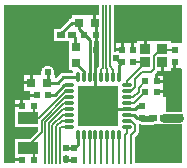
<source format=gtl>
G04 Layer_Physical_Order=1*
G04 Layer_Color=255*
%FSLAX24Y24*%
%MOIN*%
G70*
G01*
G75*
%ADD10R,0.0256X0.0197*%
%ADD11R,0.0295X0.0315*%
%ADD12R,0.0236X0.0197*%
%ADD13R,0.0709X0.0394*%
%ADD14R,0.0374X0.0335*%
%ADD15R,0.1378X0.1378*%
%ADD16O,0.0335X0.0118*%
%ADD17O,0.0118X0.0335*%
%ADD18R,0.0315X0.0295*%
%ADD19R,0.0197X0.0236*%
%ADD20R,0.0300X0.0300*%
%ADD21C,0.0090*%
%ADD22C,0.0100*%
%ADD23C,0.0060*%
%ADD24C,0.0200*%
%ADD25C,0.0300*%
%ADD26C,0.0240*%
G36*
X-23Y2182D02*
X10D01*
Y1334D01*
X6Y1331D01*
X-7Y1315D01*
X-18Y1298D01*
X-26Y1279D01*
X-28Y1270D01*
X-30Y1265D01*
X-48Y1248D01*
Y1134D01*
X-53Y1122D01*
X-59Y1098D01*
X-61Y1073D01*
Y965D01*
X-136D01*
Y1073D01*
X-138Y1098D01*
X-144Y1122D01*
X-148Y1134D01*
Y1273D01*
X-150Y1275D01*
Y2182D01*
X-123D01*
Y2380D01*
X-23D01*
Y2182D01*
D02*
G37*
G36*
X2790Y-1890D02*
X1213D01*
Y-1019D01*
X1314Y-918D01*
X1327Y-902D01*
X1338Y-885D01*
X1346Y-866D01*
X1351Y-846D01*
X1352Y-825D01*
Y-627D01*
X1367Y-612D01*
X1416D01*
X1427Y-614D01*
X1453Y-616D01*
X1806D01*
X1832Y-614D01*
X1851Y-610D01*
X2250D01*
Y-595D01*
X2671D01*
X2677Y-594D01*
X2790D01*
Y-1890D01*
D02*
G37*
G36*
X-1048Y-1631D02*
X-1003Y-1662D01*
X-998Y-1671D01*
Y-1757D01*
X-800D01*
Y-1857D01*
X-998D01*
Y-1890D01*
X-1160D01*
Y-1667D01*
X-1110Y-1632D01*
X-1109Y-1632D01*
X-1080Y-1634D01*
X-1051Y-1632D01*
X-1048Y-1631D01*
X-1048D01*
D02*
G37*
G36*
X2600Y1265D02*
X2748D01*
X2790Y1244D01*
Y-194D01*
X2677D01*
X2671Y-194D01*
X2250D01*
Y300D01*
X2165D01*
Y430D01*
X1947D01*
Y530D01*
X2165D01*
Y622D01*
X2165D01*
Y770D01*
X1947D01*
Y820D01*
X1897D01*
Y1035D01*
X1883Y1068D01*
X1942Y1128D01*
X1955Y1143D01*
X1966Y1161D01*
X1974Y1180D01*
X1976Y1186D01*
X2085D01*
Y1454D01*
X2185D01*
Y1186D01*
X2422D01*
Y1265D01*
X2500D01*
Y1483D01*
X2600D01*
Y1265D01*
D02*
G37*
G36*
X2790Y2116D02*
X2748Y2095D01*
X2422D01*
Y2174D01*
X1615D01*
Y1906D01*
X1515D01*
Y2174D01*
X1278D01*
Y2095D01*
X1200D01*
Y1877D01*
X1100D01*
Y2095D01*
X850D01*
Y1877D01*
X800D01*
Y1827D01*
X594D01*
X555Y1812D01*
X510Y1843D01*
Y3360D01*
X2790D01*
Y2116D01*
D02*
G37*
G36*
X10Y3037D02*
X-64D01*
Y2780D01*
X-164D01*
Y3037D01*
X-362D01*
Y3037D01*
X-398D01*
Y3037D01*
X-893D01*
Y2924D01*
X-903Y2924D01*
X-925Y2918D01*
X-946Y2910D01*
X-965Y2898D01*
X-983Y2883D01*
X-1287Y2578D01*
X-1465D01*
Y2182D01*
X-987D01*
Y1728D01*
X-987D01*
Y1692D01*
X-987D01*
Y1197D01*
X-871D01*
X-845Y1151D01*
X-864Y1115D01*
X-1165D01*
X-1189Y1113D01*
X-1212Y1108D01*
X-1234Y1099D01*
X-1254Y1086D01*
X-1272Y1071D01*
X-1407Y936D01*
X-1457Y957D01*
Y1027D01*
X-1457Y1027D01*
X-1474Y1077D01*
X-1471Y1091D01*
X-1470Y1120D01*
X-1471Y1149D01*
X-1477Y1177D01*
X-1486Y1204D01*
X-1499Y1230D01*
X-1515Y1254D01*
X-1534Y1276D01*
X-1556Y1295D01*
X-1580Y1311D01*
X-1606Y1324D01*
X-1633Y1333D01*
X-1661Y1339D01*
X-1690Y1340D01*
X-1719Y1339D01*
X-1747Y1333D01*
X-1774Y1324D01*
X-1800Y1311D01*
X-1824Y1295D01*
X-1846Y1276D01*
X-1865Y1254D01*
X-1881Y1230D01*
X-1894Y1204D01*
X-1903Y1177D01*
X-1909Y1149D01*
X-1910Y1120D01*
X-1909Y1091D01*
X-1906Y1077D01*
X-1916Y1061D01*
X-1952Y1027D01*
X-1988D01*
Y1027D01*
X-2186D01*
Y770D01*
X-2236D01*
Y720D01*
X-2483D01*
Y513D01*
X-2275D01*
Y410D01*
X-2057D01*
Y310D01*
X-2275D01*
Y208D01*
X-2497D01*
Y10D01*
X-2547D01*
Y-40D01*
X-2765D01*
Y-101D01*
X-2794D01*
Y-695D01*
X-2020D01*
Y-816D01*
X-2290Y-1085D01*
X-2794D01*
Y-1679D01*
X-2765D01*
Y-1740D01*
X-2547D01*
Y-1840D01*
X-2765D01*
Y-1890D01*
X-3130D01*
Y3360D01*
X10D01*
Y3037D01*
D02*
G37*
%LPC*%
G36*
X2165Y1018D02*
X1997D01*
Y870D01*
X2165D01*
Y1018D01*
D02*
G37*
G36*
X750Y2095D02*
X602D01*
Y1927D01*
X750D01*
Y2095D01*
D02*
G37*
G36*
X-2597Y208D02*
X-2765D01*
Y60D01*
X-2597D01*
Y208D01*
D02*
G37*
G36*
X-2286Y1027D02*
X-2483D01*
Y820D01*
X-2286D01*
Y1027D01*
D02*
G37*
%LPD*%
D10*
X-1237Y2380D02*
D03*
X-863D02*
D03*
X1826Y-397D02*
D03*
X2200D02*
D03*
D11*
X-114Y2780D02*
D03*
X-646D02*
D03*
X-1704Y770D02*
D03*
X-2236D02*
D03*
D12*
X-73Y2380D02*
D03*
X-467D02*
D03*
X-2547Y-1790D02*
D03*
X-2153D02*
D03*
X-2547Y10D02*
D03*
X-2153D02*
D03*
X1947Y820D02*
D03*
X1553D02*
D03*
X1553Y480D02*
D03*
X1947D02*
D03*
X-2057Y360D02*
D03*
X-1663D02*
D03*
D13*
X-2340Y-398D02*
D03*
Y-1382D02*
D03*
D14*
X2135Y1454D02*
D03*
Y1906D02*
D03*
X1565D02*
D03*
Y1454D02*
D03*
D15*
X-0Y0D02*
D03*
D16*
X-965Y689D02*
D03*
Y492D02*
D03*
Y295D02*
D03*
Y98D02*
D03*
Y-98D02*
D03*
Y-295D02*
D03*
Y-492D02*
D03*
Y-689D02*
D03*
X965D02*
D03*
Y-492D02*
D03*
Y-295D02*
D03*
Y-98D02*
D03*
Y98D02*
D03*
Y295D02*
D03*
Y492D02*
D03*
Y689D02*
D03*
D17*
X-689Y-965D02*
D03*
X-492D02*
D03*
X-295D02*
D03*
X-98D02*
D03*
X98D02*
D03*
X295D02*
D03*
X492D02*
D03*
X689D02*
D03*
Y965D02*
D03*
X492D02*
D03*
X295D02*
D03*
X98D02*
D03*
X-98D02*
D03*
X-295D02*
D03*
X-492D02*
D03*
X-689D02*
D03*
D18*
X-730Y1444D02*
D03*
Y1976D02*
D03*
D19*
X800Y1877D02*
D03*
Y1483D02*
D03*
X-800Y-1807D02*
D03*
Y-1413D02*
D03*
X1453Y-394D02*
D03*
Y-0D02*
D03*
X1150Y1877D02*
D03*
Y1483D02*
D03*
X2550Y1483D02*
D03*
Y1877D02*
D03*
D20*
X2671Y-394D02*
D03*
D21*
X-646Y2560D02*
X-295Y2210D01*
X-646Y2560D02*
Y2780D01*
X-295Y965D02*
Y2210D01*
X-880Y2780D02*
X-646D01*
X-1237Y2423D02*
X-880Y2780D01*
X-1237Y2380D02*
Y2423D01*
X-98Y98D02*
Y965D01*
Y98D02*
X0Y0D01*
X1219Y-98D02*
X1317Y-0D01*
X1181Y-295D02*
X1280Y-394D01*
X965Y-295D02*
X1181D01*
X965Y-98D02*
X1219D01*
X305D02*
X965D01*
X1453Y-24D02*
X1456D01*
X1317Y-0D02*
X1453D01*
Y-417D02*
X1456D01*
X1280Y-394D02*
X1453D01*
X276Y-69D02*
X305Y-98D01*
X-73Y2380D02*
Y2739D01*
X-114Y2780D02*
X-73Y2739D01*
D22*
X-863Y2380D02*
X-770Y2287D01*
Y1976D02*
Y2287D01*
Y1444D02*
X-492Y1166D01*
Y965D02*
Y1166D01*
X590Y1590D02*
X697Y1483D01*
X800D01*
X689Y965D02*
Y1372D01*
X800Y1483D01*
X-1704Y770D02*
X-1690Y784D01*
Y1120D01*
X-1080Y-1413D02*
X-800D01*
X-689Y-1302D01*
Y-965D01*
X-1704Y770D02*
X-1360D01*
X-1165Y965D01*
X-689D01*
X-1663Y360D02*
X-1460D01*
X-1131Y689D01*
X-965D01*
D23*
X1150Y1483D02*
X1507D01*
X1130D02*
X1150D01*
X1565Y1425D02*
Y1454D01*
Y1425D02*
Y1425D01*
X1507Y1483D02*
X1565Y1425D01*
X965Y689D02*
Y825D01*
X1565Y1425D01*
X1222Y627D02*
Y910D01*
X1442Y1130D01*
X1760D01*
X1850Y1220D01*
X380Y1320D02*
Y3370D01*
X260Y1270D02*
Y3370D01*
X140Y1280D02*
Y3370D01*
X380Y1320D02*
X492Y1208D01*
Y965D02*
Y1208D01*
X295Y965D02*
Y1235D01*
X260Y1270D02*
X295Y1235D01*
X98Y1238D02*
X140Y1280D01*
X-2230Y-398D02*
X-1977D01*
X-2230D02*
X-2153Y-321D01*
Y10D01*
X-1977Y-398D02*
X-1087Y492D01*
X-2340Y-1382D02*
X-2153Y-1569D01*
Y-1790D02*
Y-1569D01*
X-1890Y-870D02*
Y-481D01*
X-2340Y-1382D02*
Y-1320D01*
X-1890Y-870D01*
Y-481D02*
X-1114Y295D01*
X98Y965D02*
Y1238D01*
X-1290Y-1900D02*
Y-729D01*
X-1250Y-689D02*
X-965D01*
X-1290Y-729D02*
X-1250Y-689D01*
X-1410Y-1900D02*
Y-680D01*
X-1223Y-492D02*
X-965D01*
X-1410Y-680D02*
X-1223Y-492D01*
X-1530Y-1900D02*
Y-630D01*
X-1195Y-295D02*
X-965D01*
X-1530Y-630D02*
X-1195Y-295D01*
X-1650Y-1900D02*
Y-580D01*
X-1168Y-98D02*
X-965D01*
X-1650Y-580D02*
X-1168Y-98D01*
X-1770Y-1900D02*
Y-530D01*
X-1141Y98D02*
X-965D01*
X-1770Y-530D02*
X-1141Y98D01*
X-1114Y295D02*
X-965D01*
X-1087Y492D02*
X-965D01*
X1222Y-825D02*
Y-627D01*
X1083Y-965D02*
X1222Y-825D01*
X965Y-886D02*
Y-689D01*
X886Y-965D02*
X965Y-886D01*
X1083Y-1900D02*
Y-965D01*
X886Y-1900D02*
Y-965D01*
X689Y-1900D02*
Y-965D01*
X492Y-1900D02*
Y-965D01*
X295Y-1900D02*
Y-965D01*
X98Y-1900D02*
Y-965D01*
X-98Y-1900D02*
Y-965D01*
X-295Y-1900D02*
Y-965D01*
X-492Y-1900D02*
Y-965D01*
X1087Y-492D02*
X1222Y-627D01*
X965Y-492D02*
X1087D01*
X1342Y619D02*
X1553Y830D01*
X1342Y467D02*
Y619D01*
X1178Y98D02*
X1560Y480D01*
X1170Y295D02*
X1342Y467D01*
X965Y295D02*
X1170D01*
X1087Y492D02*
X1222Y627D01*
X965Y492D02*
X1087D01*
X965Y98D02*
X1178D01*
X1850Y1660D02*
X2067Y1877D01*
X1850Y1220D02*
Y1660D01*
X2067Y1877D02*
X2550D01*
D24*
X1453Y-415D02*
X1806D01*
D25*
X2203Y-394D02*
X2671D01*
D26*
X472Y472D02*
D03*
Y0D02*
D03*
Y-472D02*
D03*
X0D02*
D03*
X-472D02*
D03*
Y0D02*
D03*
Y472D02*
D03*
X0D02*
D03*
Y0D02*
D03*
X1470Y-740D02*
D03*
X-3010Y-900D02*
D03*
X800Y2210D02*
D03*
X590Y1590D02*
D03*
X-2340Y-890D02*
D03*
X-1690Y1120D02*
D03*
X-70Y1870D02*
D03*
X-1080Y-1413D02*
D03*
X2670Y-730D02*
D03*
X2203Y-727D02*
D03*
X2670Y-60D02*
D03*
X2370D02*
D03*
X2260Y810D02*
D03*
Y480D02*
D03*
X-2600Y770D02*
D03*
X-1080Y-1770D02*
D03*
X-2390Y360D02*
D03*
X-3000Y1800D02*
D03*
X-1700D02*
D03*
X1770Y3240D02*
D03*
X1150Y2210D02*
D03*
X2670D02*
D03*
X1560Y2290D02*
D03*
X2530Y1150D02*
D03*
X1330Y-1770D02*
D03*
X2670D02*
D03*
X-3010D02*
D03*
X-2880Y10D02*
D03*
X-300Y3200D02*
D03*
X-1600Y3240D02*
D03*
X-3010D02*
D03*
X-1160Y1240D02*
D03*
X630Y3240D02*
D03*
X2670D02*
D03*
M02*

</source>
